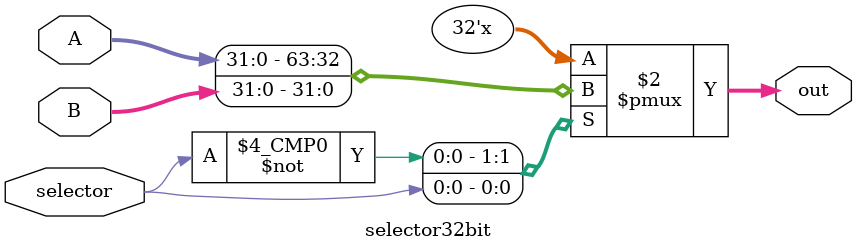
<source format=v>
`timescale 1ns / 1ps


module selector32bit(
                    input wire[31:0] A, B, 
                    input wire selector,
                    output reg[31:0] out);
                    
                    
    always @(*) begin
        case(selector) 
            1'b0: out <= A;
            1'b1: out <= B; 
        endcase
    end 
endmodule

</source>
